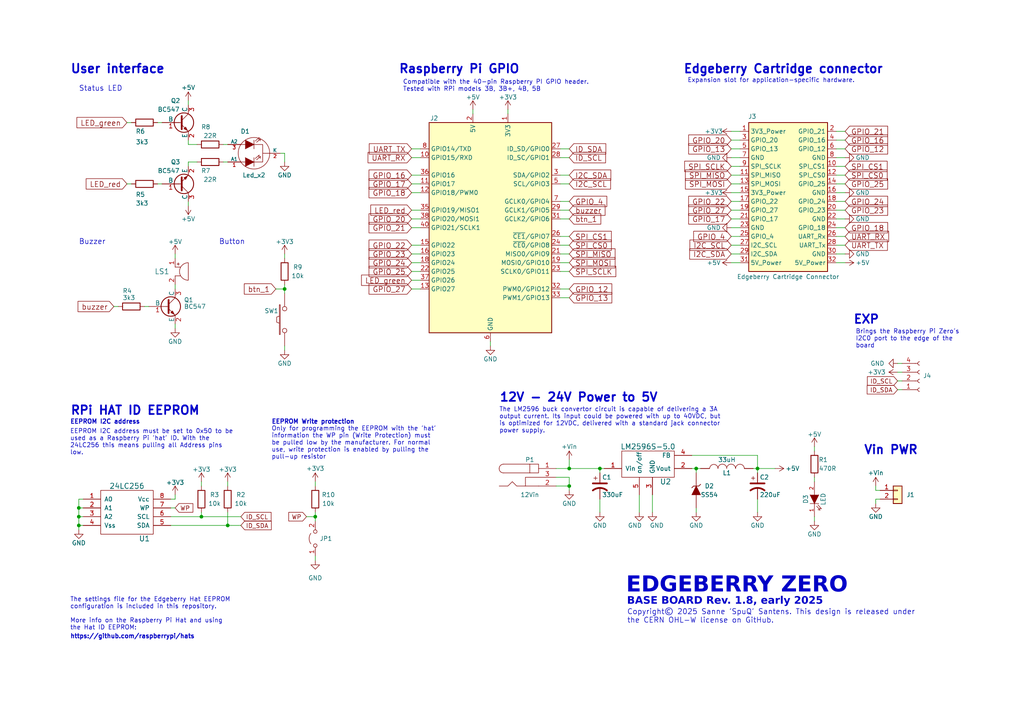
<source format=kicad_sch>
(kicad_sch (version 20231120) (generator "eeschema") (generator_version "8.0")
  (paper "A4")
  (title_block (title "Edgeberry Zero") (date "2024-05-15") (rev "1.8"))
  (lib_symbols
    (symbol "Connector:Conn_01x04_Socket" (pin_names (offset 1.016) hide)
      (property "Reference" "J" (at 0 5.08 0))
      (property "Value" "Conn_01x04_Socket" (at 0 -7.62 0))
      (symbol "Conn_01x04_Socket_1_1"
        (pin passive line (at -5.08 2.54 0) (length 3.81) (name "Pin_1") (number "1"))
        (pin passive line (at -5.08 0 0) (length 3.81) (name "Pin_2") (number "2"))
        (pin passive line (at -5.08 -2.54 0) (length 3.81) (name "Pin_3") (number "3"))
        (pin passive line (at -5.08 -5.08 0) (length 3.81) (name "Pin_4") (number "4"))
      )
    )
    (symbol "Connector:Raspberry_Pi_2_3"
      (property "Reference" "J" (at -17.78 31.75 0))
      (property "Value" "Raspberry_Pi_2_3" (at 10.16 -31.75 0))
      (symbol "Raspberry_Pi_2_3_1_1"
        (pin power_in line (at 5.08 33.02 270) (length 2.54) (name "3V3") (number "1"))
        (pin bidirectional line (at -20.32 20.32 0) (length 2.54) (name "GPIO15/RXD") (number "10"))
        (pin bidirectional line (at -20.32 12.7 0) (length 2.54) (name "GPIO17") (number "11"))
        (pin bidirectional line (at -20.32 10.16 0) (length 2.54) (name "GPIO18/PWM0") (number "12"))
        (pin bidirectional line (at -20.32 -17.78 0) (length 2.54) (name "GPIO27") (number "13"))
        (pin passive line (at 0 -33.02 90) (length 2.54) hide (name "GND") (number "14"))
        (pin bidirectional line (at -20.32 -5.08 0) (length 2.54) (name "GPIO22") (number "15"))
        (pin bidirectional line (at -20.32 -7.62 0) (length 2.54) (name "GPIO23") (number "16"))
        (pin passive line (at 5.08 33.02 270) (length 2.54) hide (name "3V3") (number "17"))
        (pin bidirectional line (at -20.32 -10.16 0) (length 2.54) (name "GPIO24") (number "18"))
        (pin bidirectional line (at 20.32 -10.16 180) (length 2.54) (name "MOSI0/GPIO10") (number "19"))
        (pin power_in line (at -5.08 33.02 270) (length 2.54) (name "5V") (number "2"))
        (pin passive line (at 0 -33.02 90) (length 2.54) hide (name "GND") (number "20"))
        (pin bidirectional line (at 20.32 -7.62 180) (length 2.54) (name "MISO0/GPIO9") (number "21"))
        (pin bidirectional line (at -20.32 -12.7 0) (length 2.54) (name "GPIO25") (number "22"))
        (pin bidirectional line (at 20.32 -12.7 180) (length 2.54) (name "SCLK0/GPIO11") (number "23"))
        (pin bidirectional line (at 20.32 -5.08 180) (length 2.54) (name "~{CE0}/GPIO8") (number "24"))
        (pin passive line (at 0 -33.02 90) (length 2.54) hide (name "GND") (number "25"))
        (pin bidirectional line (at 20.32 -2.54 180) (length 2.54) (name "~{CE1}/GPIO7") (number "26"))
        (pin bidirectional line (at 20.32 22.86 180) (length 2.54) (name "ID_SD/GPIO0") (number "27"))
        (pin bidirectional line (at 20.32 20.32 180) (length 2.54) (name "ID_SC/GPIO1") (number "28"))
        (pin bidirectional line (at 20.32 5.08 180) (length 2.54) (name "GCLK1/GPIO5") (number "29"))
        (pin bidirectional line (at 20.32 15.24 180) (length 2.54) (name "SDA/GPIO2") (number "3"))
        (pin passive line (at 0 -33.02 90) (length 2.54) hide (name "GND") (number "30"))
        (pin bidirectional line (at 20.32 2.54 180) (length 2.54) (name "GCLK2/GPIO6") (number "31"))
        (pin bidirectional line (at 20.32 -17.78 180) (length 2.54) (name "PWM0/GPIO12") (number "32"))
        (pin bidirectional line (at 20.32 -20.32 180) (length 2.54) (name "PWM1/GPIO13") (number "33"))
        (pin passive line (at 0 -33.02 90) (length 2.54) hide (name "GND") (number "34"))
        (pin bidirectional line (at -20.32 5.08 0) (length 2.54) (name "GPIO19/MISO1") (number "35"))
        (pin bidirectional line (at -20.32 15.24 0) (length 2.54) (name "GPIO16") (number "36"))
        (pin bidirectional line (at -20.32 -15.24 0) (length 2.54) (name "GPIO26") (number "37"))
        (pin bidirectional line (at -20.32 2.54 0) (length 2.54) (name "GPIO20/MOSI1") (number "38"))
        (pin passive line (at 0 -33.02 90) (length 2.54) hide (name "GND") (number "39"))
        (pin passive line (at -5.08 33.02 270) (length 2.54) hide (name "5V") (number "4"))
        (pin bidirectional line (at -20.32 0 0) (length 2.54) (name "GPIO21/SCLK1") (number "40"))
        (pin bidirectional line (at 20.32 12.7 180) (length 2.54) (name "SCL/GPIO3") (number "5"))
        (pin power_in line (at 0 -33.02 90) (length 2.54) (name "GND") (number "6"))
        (pin bidirectional line (at 20.32 7.62 180) (length 2.54) (name "GCLK0/GPIO4") (number "7"))
        (pin bidirectional line (at -20.32 22.86 0) (length 2.54) (name "GPIO14/TXD") (number "8"))
        (pin passive line (at 0 -33.02 90) (length 2.54) hide (name "GND") (number "9"))
      )
    )
    (symbol "Connector_Generic:Conn_01x02" (pin_names (offset 1.016) hide)
      (property "Reference" "J" (at 0 2.54 0))
      (property "Value" "Conn_01x02" (at 0 -5.08 0))
      (symbol "Conn_01x02_1_1"
        (pin passive line (at -5.08 0 0) (length 3.81) (name "Pin_1") (number "1"))
        (pin passive line (at -5.08 -2.54 0) (length 3.81) (name "Pin_2") (number "2"))
      )
    )
    (symbol "EdgeBerry-rescue:+12V" (power) (pin_names (offset 0))
      (property "Value" "+12V" (at 0 3.556 0))
      (symbol "+12V_1_1"
        (pin power_in line (at 0 0 90) (length 0) hide (name "+12V") (number "1"))
      )
    )
    (symbol "EdgeBerry-rescue:+3V3" (power) (pin_names (offset 0))
      (property "Value" "+3V3" (at 0 3.556 0))
      (symbol "+3V3_1_1"
        (pin power_in line (at 0 0 90) (length 0) hide (name "+3V3") (number "1"))
      )
    )
    (symbol "EdgeBerry-rescue:+5V" (power) (pin_names (offset 0))
      (property "Value" "+5V" (at 0 3.556 0))
      (symbol "+5V_1_1"
        (pin power_in line (at 0 0 90) (length 0) hide (name "+5V") (number "1"))
      )
    )
    (symbol "EdgeBerry-rescue:24LC256" (pin_names (offset 1.016))
      (property "Reference" "U" (at 5.08 -7.62 0))
      (property "Value" "24LC256" (at 0 7.62 0))
      (symbol "24LC256_1_1"
        (pin input line (at -12.7 3.81 0) (length 5.08) (name "A0") (number "1"))
        (pin input line (at -12.7 1.27 0) (length 5.08) (name "A1") (number "2"))
        (pin input line (at -12.7 -1.27 0) (length 5.08) (name "A2") (number "3"))
        (pin input line (at -12.7 -3.81 0) (length 5.08) (name "Vss") (number "4"))
        (pin input line (at 12.7 -3.81 180) (length 5.08) (name "SDA") (number "5"))
        (pin input line (at 12.7 -1.27 180) (length 5.08) (name "SCL") (number "6"))
        (pin input line (at 12.7 1.27 180) (length 5.08) (name "WP") (number "7"))
        (pin input line (at 12.7 3.81 180) (length 5.08) (name "Vcc") (number "8"))
      )
    )
    (symbol "EdgeBerry-rescue:BARREL_JACK" (pin_names (offset 1.016))
      (property "Reference" "CON" (at 0 6.35 0))
      (property "Value" "BARREL_JACK" (at 0 -5.08 0))
      (symbol "BARREL_JACK_1_1"
        (pin passive line (at 7.62 2.54 180) (length 5.08) (name "~") (number "1"))
        (pin passive line (at 7.62 -2.54 180) (length 5.08) (name "~") (number "2"))
        (pin passive line (at 7.62 0 180) (length 5.08) (name "~") (number "3"))
      )
    )
    (symbol "EdgeBerry-rescue:BC547_SOT23" (pin_names (offset 0))
      (property "Reference" "Q" (at 5.08 1.905 0))
      (property "Value" "BC547_SOT23" (at 5.08 0 0))
      (property "Footprint" "TO_SOT_Packages_SMD:SOT-23_Handsoldering" (at 5.08 -1.905 0))
      (symbol "BC547_SOT23_1_1"
        (pin input line (at -5.08 0 0) (length 5.08) (name "B") (number "1"))
        (pin passive line (at 2.54 -5.08 90) (length 2.54) (name "E") (number "2"))
        (pin passive line (at 2.54 5.08 270) (length 2.54) (name "C") (number "3"))
      )
    )
    (symbol "EdgeBerry-rescue:Buzzer" (pin_names (offset 1.016))
      (property "Reference" "LS" (at 2.54 -3.81 0))
      (symbol "Buzzer_1_1"
        (pin input line (at 0 3.81 270) (length 2.54) (name "~") (number "1"))
        (pin input line (at 0 -3.81 90) (length 2.54) (name "~") (number "2"))
      )
    )
    (symbol "EdgeBerry-rescue:CP1" (pin_numbers hide) (pin_names (offset 0.254) hide)
      (property "Reference" "C" (at 0.635 2.54 0))
      (property "Value" "CP1" (at 0.635 -2.54 0))
      (symbol "CP1_1_1"
        (pin passive line (at 0 3.81 270) (length 2.794) (name "~") (number "1"))
        (pin passive line (at 0 -3.81 90) (length 3.302) (name "~") (number "2"))
      )
    )
    (symbol "EdgeBerry-rescue:GND" (power) (pin_names (offset 0))
      (property "Value" "GND" (at 0 -3.81 0))
      (symbol "GND_1_1"
        (pin power_in line (at 0 0 270) (length 0) hide (name "GND") (number "1"))
      )
    )
    (symbol "EdgeBerry-rescue:INDUCTOR" (pin_numbers hide) (pin_names (offset 1.016) hide)
      (property "Reference" "L" (at -1.27 0 90))
      (property "Value" "INDUCTOR" (at 2.54 0 90))
      (symbol "INDUCTOR_1_1"
        (pin passive line (at 0 7.62 270) (length 2.54) (name "1") (number "1"))
        (pin passive line (at 0 -7.62 90) (length 2.54) (name "2") (number "2"))
      )
    )
    (symbol "EdgeBerry-rescue:LED" (pin_names (offset 1.016) hide)
      (property "Reference" "D" (at 0 2.54 0))
      (property "Value" "LED" (at 0 -2.54 0))
      (symbol "LED_1_1"
        (pin passive line (at -5.08 0 0) (length 3.81) (name "K") (number "1"))
        (pin passive line (at 5.08 0 180) (length 3.81) (name "A") (number "2"))
      )
    )
    (symbol "EdgeBerry-rescue:LM2596" (pin_names (offset 1.016))
      (property "Reference" "U" (at 5.08 -11.43 0))
      (property "Value" "LM2596" (at -3.81 -1.27 0))
      (symbol "LM2596_1_1"
        (pin input line (at -12.7 -7.62 0) (length 5.08) (name "Vin") (number "1"))
        (pin input line (at 12.7 -7.62 180) (length 5.08) (name "Vout") (number "2"))
        (pin input line (at 1.27 -15.24 90) (length 5.08) (name "GND") (number "3"))
        (pin input line (at 12.7 -3.81 180) (length 5.08) (name "FB") (number "4"))
        (pin input line (at -2.54 -15.24 90) (length 5.08) (name "on/off") (number "5"))
      )
    )
    (symbol "EdgeBerry-rescue:Led_x2" (pin_names (offset 0))
      (property "Reference" "D" (at 0 5.715 0))
      (property "Value" "Led_x2" (at 0 -6.35 0))
      (symbol "Led_x2_1_1"
        (pin input line (at 7.62 2.54 180) (length 3.81) (name "A1") (number "1"))
        (pin input line (at -7.62 0 0) (length 3.048) (name "K") (number "2"))
        (pin input line (at 7.62 -2.54 180) (length 3.81) (name "A2") (number "3"))
      )
    )
    (symbol "EdgeBerry-rescue:R" (pin_numbers hide) (pin_names (offset 0))
      (property "Reference" "R" (at 2.032 0 90))
      (property "Value" "R" (at 0 0 90))
      (symbol "R_1_1"
        (pin passive line (at 0 3.81 270) (length 1.27) (name "~") (number "1"))
        (pin passive line (at 0 -3.81 90) (length 1.27) (name "~") (number "2"))
      )
    )
    (symbol "EdgeBerry-rescue:SW_PUSH" (pin_numbers hide) (pin_names (offset 1.016) hide)
      (property "Reference" "SW" (at 3.81 2.794 0))
      (property "Value" "SW_PUSH" (at 0 -2.032 0))
      (symbol "SW_PUSH_0_1"
        (pin passive inverted (at -7.62 0 0) (length 5.08) (name "1") (number "1"))
        (pin passive inverted (at 7.62 0 180) (length 5.08) (name "2") (number "2"))
      )
    )
    (symbol "EdgeBerry-rescue:ZENER" (pin_numbers hide) (pin_names (offset 1.016) hide)
      (property "Reference" "D" (at 0 2.54 0))
      (property "Value" "ZENER" (at 0 -2.54 0))
      (symbol "ZENER_1_1"
        (pin passive line (at -5.08 0 0) (length 3.81) (name "K") (number "1"))
        (pin passive line (at 5.08 0 180) (length 3.81) (name "A") (number "2"))
      )
    )
    (symbol "Edgeberry:Edgeberry_Cartridge_Connector"
      (property "Reference" "J3" (at 8.382 -24.13 0))
      (property "Value" "Edgeberry Cartridge Connector" (at -0.254 21.844 0))
      (symbol "Edgeberry_Cartridge_Connector_1_1"
        (pin output line (at -13.97 17.78 0) (length 2.54) (name "3V3_Power") (number "1"))
        (pin output line (at 13.97 7.62 180) (length 2.54) (name "SPI_CS1") (number "10"))
        (pin input line (at -13.97 5.08 0) (length 2.54) (name "SPI_MISO") (number "11"))
        (pin output line (at 13.97 5.08 180) (length 2.54) (name "SPI_CS0") (number "12"))
        (pin output line (at -13.97 2.54 0) (length 2.54) (name "SPI_MOSI") (number "13"))
        (pin bidirectional line (at 13.97 2.54 180) (length 2.54) (name "GPIO_25") (number "14"))
        (pin output line (at -13.97 0 0) (length 2.54) (name "3V3_Power") (number "15"))
        (pin bidirectional line (at 13.97 0 180) (length 2.54) (name "GND") (number "16"))
        (pin bidirectional line (at -13.97 -2.54 0) (length 2.54) (name "GPIO_22") (number "17"))
        (pin bidirectional line (at 13.97 -2.54 180) (length 2.54) (name "GPIO_24") (number "18"))
        (pin bidirectional line (at -13.97 -5.08 0) (length 2.54) (name "GPIO_27") (number "19"))
        (pin bidirectional line (at 13.97 17.78 180) (length 2.54) (name "GPIO_21") (number "2"))
        (pin bidirectional line (at 13.97 -5.08 180) (length 2.54) (name "GPIO_23") (number "20"))
        (pin bidirectional line (at -13.97 -7.62 0) (length 2.54) (name "GPIO_17") (number "21"))
        (pin output line (at 13.97 -7.62 180) (length 2.54) (name "GND") (number "22"))
        (pin output line (at -13.97 -10.16 0) (length 2.54) (name "GND") (number "23"))
        (pin bidirectional line (at 13.97 -10.16 180) (length 2.54) (name "GPIO_18") (number "24"))
        (pin bidirectional line (at -13.97 -12.7 0) (length 2.54) (name "GPIO_4") (number "25"))
        (pin input line (at 13.97 -12.7 180) (length 2.54) (name "UART_Rx") (number "26"))
        (pin output line (at -13.97 -15.24 0) (length 2.54) (name "I2C_SCL") (number "27"))
        (pin output line (at 13.97 -15.24 180) (length 2.54) (name "UART_Tx") (number "28"))
        (pin bidirectional line (at -13.97 -17.78 0) (length 2.54) (name "I2C_SDA") (number "29"))
        (pin bidirectional line (at -13.97 15.24 0) (length 2.54) (name "GPIO_20") (number "3"))
        (pin output line (at 13.97 -17.78 180) (length 2.54) (name "GND") (number "30"))
        (pin output line (at -13.97 -20.32 0) (length 2.54) (name "5V_Power") (number "31"))
        (pin output line (at 13.97 -20.32 180) (length 2.54) (name "5V_Power") (number "32"))
        (pin bidirectional line (at 13.97 15.24 180) (length 2.54) (name "GPIO_16") (number "4"))
        (pin bidirectional line (at -13.97 12.7 0) (length 2.54) (name "GPIO_13") (number "5"))
        (pin bidirectional line (at 13.97 12.7 180) (length 2.54) (name "GPIO_12") (number "6"))
        (pin output line (at -13.97 10.16 0) (length 2.54) (name "GND") (number "7"))
        (pin output line (at 13.97 10.16 180) (length 2.54) (name "GND") (number "8"))
        (pin output line (at -13.97 7.62 0) (length 2.54) (name "SPI_SCLK") (number "9"))
      )
    )
    (symbol "Jumper:Jumper_2_Open" (pin_names (offset 0) hide)
      (property "Reference" "JP" (at 0 2.794 0))
      (property "Value" "Jumper_2_Open" (at 0 -2.286 0))
      (symbol "Jumper_2_Open_1_1"
        (pin passive line (at -5.08 0 0) (length 2.54) (name "A") (number "1"))
        (pin passive line (at 5.08 0 180) (length 2.54) (name "B") (number "2"))
      )
    )
    (symbol "power:+12V" (power) (pin_names (offset 0))
      (property "Value" "+12V" (at 0 3.556 0))
      (symbol "+12V_1_1"
        (pin power_in line (at 0 0 90) (length 0) hide (name "+12V") (number "1"))
      )
    )
    (symbol "power:+3V3" (power) (pin_names (offset 0))
      (property "Value" "+3V3" (at 0 3.556 0))
      (symbol "+3V3_1_1"
        (pin power_in line (at 0 0 90) (length 0) hide (name "+3V3") (number "1"))
      )
    )
    (symbol "power:+5V" (power) (pin_names (offset 0))
      (property "Value" "+5V" (at 0 3.556 0))
      (symbol "+5V_1_1"
        (pin power_in line (at 0 0 90) (length 0) hide (name "+5V") (number "1"))
      )
    )
    (symbol "power:GND" (power) (pin_names (offset 0))
      (property "Value" "GND" (at 0 -3.81 0))
      (symbol "GND_1_1"
        (pin power_in line (at 0 0 270) (length 0) hide (name "GND") (number "1"))
      )
    )
  )
  (junction (at 91.44 149.86))
  (junction (at 66.04 152.4))
  (junction (at 22.86 152.4))
  (junction (at 219.71 135.89))
  (junction (at 173.99 135.89))
  (junction (at 165.1 135.89))
  (junction (at 22.86 149.86))
  (junction (at 22.86 147.32))
  (junction (at 201.93 135.89))
  (junction (at 165.1 140.97))
  (junction (at 58.42 149.86))
  (junction (at 82.55 83.82))
  (wire (pts (xy 255.27 142.24) (xy 254 142.24)))
  (wire (pts (xy 212.09 45.72) (xy 214.63 45.72)))
  (wire (pts (xy 58.42 148.59) (xy 58.42 149.86)))
  (wire (pts (xy 82.55 83.82) (xy 82.55 82.55)))
  (wire (pts (xy 119.38 50.8) (xy 121.92 50.8)))
  (wire (pts (xy 260.35 107.95) (xy 261.62 107.95)))
  (wire (pts (xy 33.02 88.9) (xy 34.29 88.9)))
  (wire (pts (xy 64.77 46.99) (xy 66.04 46.99)))
  (wire (pts (xy 54.61 48.26) (xy 54.61 46.99)))
  (wire (pts (xy 212.09 71.12) (xy 214.63 71.12)))
  (wire (pts (xy 212.09 53.34) (xy 214.63 53.34)))
  (wire (pts (xy 212.09 60.96) (xy 214.63 60.96)))
  (wire (pts (xy 201.93 137.16) (xy 201.93 135.89)))
  (wire (pts (xy 162.56 83.82) (xy 165.1 83.82)))
  (wire (pts (xy 54.61 46.99) (xy 57.15 46.99)))
  (wire (pts (xy 22.86 144.78) (xy 22.86 147.32)))
  (wire (pts (xy 242.57 43.18) (xy 245.11 43.18)))
  (wire (pts (xy 82.55 100.33) (xy 82.55 101.6)))
  (wire (pts (xy 119.38 71.12) (xy 121.92 71.12)))
  (wire (pts (xy 212.09 50.8) (xy 214.63 50.8)))
  (wire (pts (xy 91.44 148.59) (xy 91.44 149.86)))
  (wire (pts (xy 200.66 135.89) (xy 201.93 135.89)))
  (wire (pts (xy 173.99 148.59) (xy 173.99 144.78)))
  (wire (pts (xy 254 144.78) (xy 254 146.05)))
  (wire (pts (xy 212.09 66.04) (xy 214.63 66.04)))
  (wire (pts (xy 119.38 76.2) (xy 121.92 76.2)))
  (wire (pts (xy 242.57 76.2) (xy 245.11 76.2)))
  (wire (pts (xy 54.61 29.21) (xy 54.61 30.48)))
  (wire (pts (xy 242.57 45.72) (xy 245.11 45.72)))
  (wire (pts (xy 119.38 66.04) (xy 121.92 66.04)))
  (wire (pts (xy 236.22 129.54) (xy 236.22 130.81)))
  (wire (pts (xy 91.44 139.7) (xy 91.44 140.97)))
  (wire (pts (xy 119.38 55.88) (xy 121.92 55.88)))
  (wire (pts (xy 54.61 41.91) (xy 57.15 41.91)))
  (wire (pts (xy 162.56 73.66) (xy 165.1 73.66)))
  (wire (pts (xy 161.29 138.43) (xy 165.1 138.43)))
  (wire (pts (xy 162.56 43.18) (xy 165.1 43.18)))
  (wire (pts (xy 201.93 147.32) (xy 201.93 148.59)))
  (wire (pts (xy 50.8 73.66) (xy 50.8 74.93)))
  (wire (pts (xy 119.38 63.5) (xy 121.92 63.5)))
  (wire (pts (xy 147.32 31.75) (xy 147.32 33.02)))
  (wire (pts (xy 119.38 53.34) (xy 121.92 53.34)))
  (wire (pts (xy 24.13 152.4) (xy 22.86 152.4)))
  (wire (pts (xy 119.38 73.66) (xy 121.92 73.66)))
  (wire (pts (xy 242.57 40.64) (xy 245.11 40.64)))
  (wire (pts (xy 162.56 78.74) (xy 165.1 78.74)))
  (wire (pts (xy 58.42 149.86) (xy 69.85 149.86)))
  (wire (pts (xy 260.35 110.49) (xy 261.62 110.49)))
  (wire (pts (xy 219.71 148.59) (xy 219.71 144.78)))
  (wire (pts (xy 66.04 139.7) (xy 66.04 140.97)))
  (wire (pts (xy 173.99 135.89) (xy 175.26 135.89)))
  (wire (pts (xy 41.91 88.9) (xy 43.18 88.9)))
  (wire (pts (xy 119.38 45.72) (xy 121.92 45.72)))
  (wire (pts (xy 242.57 53.34) (xy 245.11 53.34)))
  (wire (pts (xy 24.13 147.32) (xy 22.86 147.32)))
  (wire (pts (xy 50.8 93.98) (xy 50.8 95.25)))
  (wire (pts (xy 212.09 48.26) (xy 214.63 48.26)))
  (wire (pts (xy 236.22 138.43) (xy 236.22 139.7)))
  (wire (pts (xy 242.57 48.26) (xy 245.11 48.26)))
  (wire (pts (xy 24.13 144.78) (xy 22.86 144.78)))
  (wire (pts (xy 45.72 35.56) (xy 46.99 35.56)))
  (wire (pts (xy 49.53 144.78) (xy 50.8 144.78)))
  (wire (pts (xy 165.1 140.97) (xy 165.1 142.24)))
  (wire (pts (xy 22.86 152.4) (xy 22.86 153.67)))
  (wire (pts (xy 162.56 50.8) (xy 165.1 50.8)))
  (wire (pts (xy 22.86 147.32) (xy 22.86 149.86)))
  (wire (pts (xy 36.83 35.56) (xy 38.1 35.56)))
  (wire (pts (xy 165.1 138.43) (xy 165.1 140.97)))
  (wire (pts (xy 219.71 132.08) (xy 219.71 135.89)))
  (wire (pts (xy 82.55 85.09) (xy 82.55 83.82)))
  (wire (pts (xy 161.29 140.97) (xy 165.1 140.97)))
  (wire (pts (xy 173.99 137.16) (xy 173.99 135.89)))
  (wire (pts (xy 50.8 83.82) (xy 50.8 82.55)))
  (wire (pts (xy 137.16 31.75) (xy 137.16 33.02)))
  (wire (pts (xy 24.13 149.86) (xy 22.86 149.86)))
  (wire (pts (xy 212.09 63.5) (xy 214.63 63.5)))
  (wire (pts (xy 219.71 135.89) (xy 219.71 137.16)))
  (wire (pts (xy 162.56 58.42) (xy 165.1 58.42)))
  (wire (pts (xy 162.56 71.12) (xy 165.1 71.12)))
  (wire (pts (xy 82.55 73.66) (xy 82.55 74.93)))
  (wire (pts (xy 49.53 149.86) (xy 58.42 149.86)))
  (wire (pts (xy 22.86 149.86) (xy 22.86 152.4)))
  (wire (pts (xy 81.28 44.45) (xy 82.55 44.45)))
  (wire (pts (xy 165.1 135.89) (xy 173.99 135.89)))
  (wire (pts (xy 64.77 41.91) (xy 66.04 41.91)))
  (wire (pts (xy 119.38 43.18) (xy 121.92 43.18)))
  (wire (pts (xy 50.8 144.78) (xy 50.8 143.51)))
  (wire (pts (xy 162.56 76.2) (xy 165.1 76.2)))
  (wire (pts (xy 255.27 144.78) (xy 254 144.78)))
  (wire (pts (xy 201.93 135.89) (xy 203.2 135.89)))
  (wire (pts (xy 212.09 58.42) (xy 214.63 58.42)))
  (wire (pts (xy 161.29 135.89) (xy 165.1 135.89)))
  (wire (pts (xy 242.57 50.8) (xy 245.11 50.8)))
  (wire (pts (xy 162.56 53.34) (xy 165.1 53.34)))
  (wire (pts (xy 162.56 63.5) (xy 165.1 63.5)))
  (wire (pts (xy 260.35 113.03) (xy 261.62 113.03)))
  (wire (pts (xy 54.61 40.64) (xy 54.61 41.91)))
  (wire (pts (xy 242.57 71.12) (xy 245.11 71.12)))
  (wire (pts (xy 242.57 73.66) (xy 245.11 73.66)))
  (wire (pts (xy 91.44 149.86) (xy 91.44 151.13)))
  (wire (pts (xy 242.57 68.58) (xy 245.11 68.58)))
  (wire (pts (xy 242.57 38.1) (xy 245.11 38.1)))
  (wire (pts (xy 219.71 135.89) (xy 224.79 135.89)))
  (wire (pts (xy 82.55 44.45) (xy 82.55 46.99)))
  (wire (pts (xy 142.24 99.06) (xy 142.24 100.33)))
  (wire (pts (xy 165.1 135.89) (xy 165.1 133.35)))
  (wire (pts (xy 49.53 152.4) (xy 66.04 152.4)))
  (wire (pts (xy 162.56 68.58) (xy 165.1 68.58)))
  (wire (pts (xy 242.57 60.96) (xy 245.11 60.96)))
  (wire (pts (xy 242.57 55.88) (xy 245.11 55.88)))
  (wire (pts (xy 54.61 58.42) (xy 54.61 59.69)))
  (wire (pts (xy 212.09 40.64) (xy 214.63 40.64)))
  (wire (pts (xy 36.83 53.34) (xy 38.1 53.34)))
  (wire (pts (xy 236.22 149.86) (xy 236.22 151.13)))
  (wire (pts (xy 162.56 86.36) (xy 165.1 86.36)))
  (wire (pts (xy 66.04 148.59) (xy 66.04 152.4)))
  (wire (pts (xy 189.23 143.51) (xy 189.23 148.59)))
  (wire (pts (xy 162.56 45.72) (xy 165.1 45.72)))
  (wire (pts (xy 212.09 38.1) (xy 214.63 38.1)))
  (wire (pts (xy 119.38 81.28) (xy 121.92 81.28)))
  (wire (pts (xy 80.01 83.82) (xy 82.55 83.82)))
  (wire (pts (xy 45.72 53.34) (xy 46.99 53.34)))
  (wire (pts (xy 91.44 161.29) (xy 91.44 162.56)))
  (wire (pts (xy 162.56 60.96) (xy 165.1 60.96)))
  (wire (pts (xy 260.35 105.41) (xy 261.62 105.41)))
  (wire (pts (xy 242.57 63.5) (xy 245.11 63.5)))
  (wire (pts (xy 200.66 132.08) (xy 219.71 132.08)))
  (wire (pts (xy 218.44 135.89) (xy 219.71 135.89)))
  (wire (pts (xy 119.38 60.96) (xy 121.92 60.96)))
  (wire (pts (xy 212.09 68.58) (xy 214.63 68.58)))
  (wire (pts (xy 49.53 147.32) (xy 50.8 147.32)))
  (wire (pts (xy 58.42 139.7) (xy 58.42 140.97)))
  (wire (pts (xy 242.57 66.04) (xy 245.11 66.04)))
  (wire (pts (xy 119.38 83.82) (xy 121.92 83.82)))
  (wire (pts (xy 119.38 78.74) (xy 121.92 78.74)))
  (wire (pts (xy 88.9 149.86) (xy 91.44 149.86)))
  (wire (pts (xy 185.42 143.51) (xy 185.42 148.59)))
  (wire (pts (xy 212.09 55.88) (xy 214.63 55.88)))
  (wire (pts (xy 66.04 152.4) (xy 69.85 152.4)))
  (wire (pts (xy 212.09 73.66) (xy 214.63 73.66)))
  (wire (pts (xy 254 142.24) (xy 254 140.97)))
  (wire (pts (xy 242.57 58.42) (xy 245.11 58.42)))
  (wire (pts (xy 212.09 43.18) (xy 214.63 43.18)))
  (wire (pts (xy 212.09 76.2) (xy 214.63 76.2)))
  (text "Copyright© 2025 Sanne 'SpuQ' Santens. This design is released under\nthe CERN OHL-W license on GitHub." (at 181.864 178.816 0) (effects (font (size 1.524 1.524)) (justify left)))
  (text "Button" (at 63.5 71.12 0) (effects (font (size 1.524 1.524)) (justify left bottom)))
  (text "BASE BOARD Rev. 1.8, early 2025" (at 181.864 175.006 0) (effects (font (size 2.159 2.159)) (justify left)))
  (text "EEPROM I2C address must be set to 0x50 to be\nused as a Raspberry Pi 'hat' ID. With the\n24LC256 this means pulling all Address pins\nlow." (at 20.32 132.08 0) (effects (font (size 1.27 1.27)) (justify left bottom)))
  (text "User interface" (at 20.32 21.59 0) (effects (font (size 2.5146 2.5146) (thickness 0.5029) (bold yes)) (justify left bottom)))
  (text "12V - 24V Power to 5V" (at 144.78 116.84 0) (effects (font (size 2.4892 2.4892) (thickness 0.4978) (bold yes)) (justify left bottom)))
  (text "EEPROM Write protection" (at 78.74 123.19 0) (effects (font (size 1.27 1.27) (thickness 0.254) (bold yes)) (justify left bottom)))
  (text "Raspberry Pi GPIO" (at 115.57 21.59 0) (effects (font (size 2.4892 2.4892) (thickness 0.4978) (bold yes)) (justify left bottom)))
  (text "Vin PWR" (at 250.444 132.08 0) (effects (font (size 2.4892 2.4892) (thickness 0.4978) (bold yes)) (justify left bottom)))
  (text "Brings the Raspberry Pi Zero's\nI2C0 port to the edge of the \nboard" (at 248.158 101.092 0) (effects (font (size 1.27 1.27)) (justify left bottom)))
  (text "RPi HAT ID EEPROM" (at 20.32 120.65 0) (effects (font (size 2.4892 2.4892) (thickness 0.4978) (bold yes)) (justify left bottom)))
  (text "https://github.com/raspberrypi/hats" (at 20.32 185.42 0) (effects (font (size 1.27 1.27) (thickness 0.254) (bold yes)) (justify left bottom)))
  (text "The settings file for the Edgeberry Hat EEPROM\nconfiguration is included in this repository.\n\nMore info on the Raspberry Pi Hat and using\nthe Hat ID EEPROM:\n" (at 20.32 182.88 0) (effects (font (size 1.27 1.27)) (justify left bottom)))
  (text "The LM2596 buck convertor circuit is capable of delivering a 3A\noutput current. Its input could be powered with up to 40VDC, but\nis optimized for 12VDC, delivered with a standard jack connector\npower supply." (at 144.78 125.73 0) (effects (font (size 1.27 1.27)) (justify left bottom)))
  (text "EXP" (at 247.396 94.234 0) (effects (font (size 2.4892 2.4892) (thickness 0.4978) (bold yes)) (justify left bottom)))
  (text "Only for programming the EEPROM with the 'hat'\ninformation the WP pin (Write Protection) must\nbe pulled low by the manufacturer. For normal\nuse, write protection is enabled by pulling the\npull-up resistor" (at 78.74 133.35 0) (effects (font (size 1.27 1.27)) (justify left bottom)))
  (text "Buzzer" (at 22.86 71.12 0) (effects (font (size 1.524 1.524)) (justify left bottom)))
  (text "Status LED" (at 22.86 26.67 0) (effects (font (size 1.524 1.524)) (justify left bottom)))
  (text "EDGEBERRY ZERO" (at 181.61 173.736 0) (effects (font (size 4.572 4.572) (thickness 0.4) (bold yes)) (justify left bottom)))
  (text "Expansion slot for application-specific hardware." (at 199.39 24.13 0) (effects (font (size 1.27 1.27)) (justify left bottom)))
  (text "Edgeberry Cartridge connector" (at 198.12 21.59 0) (effects (font (size 2.4892 2.4892) (thickness 0.4978) (bold yes)) (justify left bottom)))
  (text "EEPROM I2C address" (at 20.32 123.19 0) (effects (font (size 1.27 1.27) (thickness 0.254) (bold yes)) (justify left bottom)))
  (text "Compatible with the 40-pin Raspberry PI GPIO header.\nTested with RPi models 3B, 3B+, 4B, 5B" (at 116.84 26.67 0) (effects (font (size 1.27 1.27)) (justify left bottom)))
  (global_label "GPIO_20" (shape input) (at 119.38 63.5 180) (effects (font (size 1.524 1.524))) (property "Intersheetrefs" "${INTERSHEET_REFS}" (effects (hide yes))))
  (global_label "SPI_MISO" (shape input) (at 165.1 73.66 0) (effects (font (size 1.524 1.524))) (property "Intersheetrefs" "${INTERSHEET_REFS}" (effects (hide yes))))
  (global_label "GPIO_24" (shape input) (at 245.11 58.42 0) (effects (font (size 1.524 1.524))) (property "Intersheetrefs" "${INTERSHEET_REFS}" (effects (hide yes))))
  (global_label "SPI_SCLK" (shape input) (at 165.1 78.74 0) (effects (font (size 1.524 1.524))) (property "Intersheetrefs" "${INTERSHEET_REFS}" (effects (hide yes))))
  (global_label "GPIO_27" (shape input) (at 119.38 83.82 180) (effects (font (size 1.524 1.524))) (property "Intersheetrefs" "${INTERSHEET_REFS}" (effects (hide yes))))
  (global_label "SPI_CS0" (shape input) (at 245.11 50.8 0) (effects (font (size 1.524 1.524))) (property "Intersheetrefs" "${INTERSHEET_REFS}" (effects (hide yes))))
  (global_label "GPIO_21" (shape input) (at 119.38 66.04 180) (effects (font (size 1.524 1.524))) (property "Intersheetrefs" "${INTERSHEET_REFS}" (effects (hide yes))))
  (global_label "GPIO_4" (shape input) (at 165.1 58.42 0) (effects (font (size 1.524 1.524))) (property "Intersheetrefs" "${INTERSHEET_REFS}" (effects (hide yes))))
  (global_label "LED_red" (shape input) (at 36.83 53.34 180) (effects (font (size 1.524 1.524))) (property "Intersheetrefs" "${INTERSHEET_REFS}" (effects (hide yes))))
  (global_label "GPIO_23" (shape input) (at 119.38 73.66 180) (effects (font (size 1.524 1.524))) (property "Intersheetrefs" "${INTERSHEET_REFS}" (effects (hide yes))))
  (global_label "I2C_SDA" (shape input) (at 165.1 50.8 0) (effects (font (size 1.524 1.524))) (property "Intersheetrefs" "${INTERSHEET_REFS}" (effects (hide yes))))
  (global_label "SPI_SCLK" (shape input) (at 212.09 48.26 180) (effects (font (size 1.524 1.524))) (property "Intersheetrefs" "${INTERSHEET_REFS}" (effects (hide yes))))
  (global_label "GPIO_20" (shape input) (at 212.09 40.64 180) (effects (font (size 1.524 1.524))) (property "Intersheetrefs" "${INTERSHEET_REFS}" (effects (hide yes))))
  (global_label "buzzer" (shape input) (at 165.1 60.96 0) (effects (font (size 1.524 1.524))) (property "Intersheetrefs" "${INTERSHEET_REFS}" (effects (hide yes))))
  (global_label "GPIO_25" (shape input) (at 119.38 78.74 180) (effects (font (size 1.524 1.524))) (property "Intersheetrefs" "${INTERSHEET_REFS}" (effects (hide yes))))
  (global_label "GPIO_23" (shape input) (at 245.11 60.96 0) (effects (font (size 1.524 1.524))) (property "Intersheetrefs" "${INTERSHEET_REFS}" (effects (hide yes))))
  (global_label "SPI_CS1" (shape input) (at 245.11 48.26 0) (effects (font (size 1.524 1.524))) (property "Intersheetrefs" "${INTERSHEET_REFS}" (effects (hide yes))))
  (global_label "UART_TX" (shape input) (at 245.11 71.12 0) (effects (font (size 1.524 1.524))) (property "Intersheetrefs" "${INTERSHEET_REFS}" (effects (hide yes))))
  (global_label "I2C_SCL" (shape input) (at 212.09 71.12 180) (effects (font (size 1.524 1.524))) (property "Intersheetrefs" "${INTERSHEET_REFS}" (effects (hide yes))))
  (global_label "GPIO_12" (shape input) (at 165.1 83.82 0) (effects (font (size 1.524 1.524))) (property "Intersheetrefs" "${INTERSHEET_REFS}" (effects (hide yes))))
  (global_label "buzzer" (shape input) (at 33.02 88.9 180) (effects (font (size 1.524 1.524))) (property "Intersheetrefs" "${INTERSHEET_REFS}" (effects (hide yes))))
  (global_label "GPIO_4" (shape input) (at 212.09 68.58 180) (effects (font (size 1.524 1.524))) (property "Intersheetrefs" "${INTERSHEET_REFS}" (effects (hide yes))))
  (global_label "WP" (shape input) (at 50.8 147.32 0) (property "Intersheetrefs" "${INTERSHEET_REFS}" (effects (hide yes))))
  (global_label "SPI_MISO" (shape input) (at 212.09 50.8 180) (effects (font (size 1.524 1.524))) (property "Intersheetrefs" "${INTERSHEET_REFS}" (effects (hide yes))))
  (global_label "UART_RX" (shape input) (at 245.11 68.58 0) (effects (font (size 1.524 1.524))) (property "Intersheetrefs" "${INTERSHEET_REFS}" (effects (hide yes))))
  (global_label "ID_SCL" (shape input) (at 69.85 149.86 0) (property "Intersheetrefs" "${INTERSHEET_REFS}" (effects (hide yes))))
  (global_label "I2C_SDA" (shape input) (at 212.09 73.66 180) (effects (font (size 1.524 1.524))) (property "Intersheetrefs" "${INTERSHEET_REFS}" (effects (hide yes))))
  (global_label "ID_SDA" (shape input) (at 69.85 152.4 0) (property "Intersheetrefs" "${INTERSHEET_REFS}" (effects (hide yes))))
  (global_label "SPI_CS1" (shape input) (at 165.1 68.58 0) (effects (font (size 1.524 1.524))) (property "Intersheetrefs" "${INTERSHEET_REFS}" (effects (hide yes))))
  (global_label "GPIO_16" (shape input) (at 119.38 50.8 180) (effects (font (size 1.524 1.524))) (property "Intersheetrefs" "${INTERSHEET_REFS}" (effects (hide yes))))
  (global_label "GPIO_25" (shape input) (at 245.11 53.34 0) (effects (font (size 1.524 1.524))) (property "Intersheetrefs" "${INTERSHEET_REFS}" (effects (hide yes))))
  (global_label "ID_SDA" (shape input) (at 260.35 113.03 180) (property "Intersheetrefs" "${INTERSHEET_REFS}" (effects (hide yes))))
  (global_label "btn_1" (shape input) (at 80.01 83.82 180) (effects (font (size 1.524 1.524))) (property "Intersheetrefs" "${INTERSHEET_REFS}" (effects (hide yes))))
  (global_label "LED_green" (shape input) (at 36.83 35.56 180) (effects (font (size 1.524 1.524))) (property "Intersheetrefs" "${INTERSHEET_REFS}" (effects (hide yes))))
  (global_label "SPI_CS0" (shape input) (at 165.1 71.12 0) (effects (font (size 1.524 1.524))) (property "Intersheetrefs" "${INTERSHEET_REFS}" (effects (hide yes))))
  (global_label "GPIO_22" (shape input) (at 119.38 71.12 180) (effects (font (size 1.524 1.524))) (property "Intersheetrefs" "${INTERSHEET_REFS}" (effects (hide yes))))
  (global_label "UART_TX" (shape input) (at 119.38 43.18 180) (effects (font (size 1.524 1.524))) (property "Intersheetrefs" "${INTERSHEET_REFS}" (effects (hide yes))))
  (global_label "GPIO_24" (shape input) (at 119.38 76.2 180) (effects (font (size 1.524 1.524))) (property "Intersheetrefs" "${INTERSHEET_REFS}" (effects (hide yes))))
  (global_label "GPIO_27" (shape input) (at 212.09 60.96 180) (effects (font (size 1.524 1.524))) (property "Intersheetrefs" "${INTERSHEET_REFS}" (effects (hide yes))))
  (global_label "GPIO_17" (shape input) (at 119.38 53.34 180) (effects (font (size 1.524 1.524))) (property "Intersheetrefs" "${INTERSHEET_REFS}" (effects (hide yes))))
  (global_label "ID_SCL" (shape input) (at 260.35 110.49 180) (property "Intersheetrefs" "${INTERSHEET_REFS}" (effects (hide yes))))
  (global_label "SPI_MOSI" (shape input) (at 212.09 53.34 180) (effects (font (size 1.524 1.524))) (property "Intersheetrefs" "${INTERSHEET_REFS}" (effects (hide yes))))
  (global_label "ID_SDA" (shape input) (at 165.1 43.18 0) (effects (font (size 1.524 1.524))) (property "Intersheetrefs" "${INTERSHEET_REFS}" (effects (hide yes))))
  (global_label "LED_green" (shape input) (at 119.38 81.28 180) (effects (font (size 1.524 1.524))) (property "Intersheetrefs" "${INTERSHEET_REFS}" (effects (hide yes))))
  (global_label "GPIO_13" (shape input) (at 165.1 86.36 0) (effects (font (size 1.524 1.524))) (property "Intersheetrefs" "${INTERSHEET_REFS}" (effects (hide yes))))
  (global_label "btn_1" (shape input) (at 165.1 63.5 0) (effects (font (size 1.524 1.524))) (property "Intersheetrefs" "${INTERSHEET_REFS}" (effects (hide yes))))
  (global_label "GPIO_16" (shape input) (at 245.11 40.64 0) (effects (font (size 1.524 1.524))) (property "Intersheetrefs" "${INTERSHEET_REFS}" (effects (hide yes))))
  (global_label "SPI_MOSI" (shape input) (at 165.1 76.2 0) (effects (font (size 1.524 1.524))) (property "Intersheetrefs" "${INTERSHEET_REFS}" (effects (hide yes))))
  (global_label "ID_SCL" (shape input) (at 165.1 45.72 0) (effects (font (size 1.524 1.524))) (property "Intersheetrefs" "${INTERSHEET_REFS}" (effects (hide yes))))
  (global_label "GPIO_17" (shape input) (at 212.09 63.5 180) (effects (font (size 1.524 1.524))) (property "Intersheetrefs" "${INTERSHEET_REFS}" (effects (hide yes))))
  (global_label "GPIO_18" (shape input) (at 245.11 66.04 0) (effects (font (size 1.524 1.524))) (property "Intersheetrefs" "${INTERSHEET_REFS}" (effects (hide yes))))
  (global_label "I2C_SCL" (shape input) (at 165.1 53.34 0) (effects (font (size 1.524 1.524))) (property "Intersheetrefs" "${INTERSHEET_REFS}" (effects (hide yes))))
  (global_label "GPIO_22" (shape input) (at 212.09 58.42 180) (effects (font (size 1.524 1.524))) (property "Intersheetrefs" "${INTERSHEET_REFS}" (effects (hide yes))))
  (global_label "GPIO_13" (shape input) (at 212.09 43.18 180) (effects (font (size 1.524 1.524))) (property "Intersheetrefs" "${INTERSHEET_REFS}" (effects (hide yes))))
  (global_label "GPIO_12" (shape input) (at 245.11 43.18 0) (effects (font (size 1.524 1.524))) (property "Intersheetrefs" "${INTERSHEET_REFS}" (effects (hide yes))))
  (global_label "GPIO_21" (shape input) (at 245.11 38.1 0) (effects (font (size 1.524 1.524))) (property "Intersheetrefs" "${INTERSHEET_REFS}" (effects (hide yes))))
  (global_label "LED_red" (shape input) (at 119.38 60.96 180) (effects (font (size 1.524 1.524))) (property "Intersheetrefs" "${INTERSHEET_REFS}" (effects (hide yes))))
  (global_label "GPIO_18" (shape input) (at 119.38 55.88 180) (effects (font (size 1.524 1.524))) (property "Intersheetrefs" "${INTERSHEET_REFS}" (effects (hide yes))))
  (global_label "UART_RX" (shape input) (at 119.38 45.72 180) (effects (font (size 1.524 1.524))) (property "Intersheetrefs" "${INTERSHEET_REFS}" (effects (hide yes))))
  (global_label "WP" (shape input) (at 88.9 149.86 180) (property "Intersheetrefs" "${INTERSHEET_REFS}" (effects (hide yes))))
  (symbol (lib_id "EdgeBerry-rescue:GND") (at 142.24 100.33 0) (unit 1)
    (property "Reference" "#PWR026" (effects (hide yes)))
    (property "Value" "GND" (at 142.24 104.14 0))
  )
  (symbol (lib_id "EdgeBerry-rescue:GND") (at 165.1 142.24 0) (unit 1)
    (property "Reference" "#PWR03" (effects (hide yes)))
    (property "Value" "GND" (at 165.1 146.05 0))
  )
  (symbol (lib_id "EdgeBerry-rescue:+12V") (at 165.1 133.35 0) (unit 1)
    (property "Reference" "#PWR02" (effects (hide yes)))
    (property "Value" "+Vin" (at 165.1 129.54 0))
  )
  (symbol (lib_id "EdgeBerry-rescue:LM2596") (at 187.96 128.27 0) (unit 1)
    (property "Reference" "U2" (at 193.04 139.7 0) (effects (font (size 1.524 1.524))))
    (property "Value" "LM2596S-5.0" (at 187.96 129.54 0) (effects (font (size 1.524 1.524))))
    (property "Footprint" "Package_TO_SOT_SMD:TO-263-5_TabPin3" (effects (hide yes)))
  )
  (symbol (lib_id "EdgeBerry-rescue:INDUCTOR") (at 210.82 135.89 90) (unit 1)
    (property "Reference" "L1" (at 210.82 137.16 90))
    (property "Value" "33uH" (at 210.82 133.35 90))
    (property "Footprint" "Inductors:SELF-WE-PD-XXL" (effects (hide yes)))
  )
  (symbol (lib_id "EdgeBerry-rescue:ZENER") (at 201.93 142.24 270) (unit 1)
    (property "Reference" "D2" (at 205.74 140.97 90))
    (property "Value" "SS54" (at 205.74 143.51 90))
    (property "Footprint" "Diode_SMD:D_SMA" (effects (hide yes)))
  )
  (symbol (lib_id "EdgeBerry-rescue:GND") (at 201.93 148.59 0) (unit 1)
    (property "Reference" "#PWR016" (effects (hide yes)))
    (property "Value" "GND" (at 201.93 152.4 0))
  )
  (symbol (lib_id "EdgeBerry-rescue:GND") (at 189.23 148.59 0) (unit 1)
    (property "Reference" "#PWR014" (effects (hide yes)))
    (property "Value" "GND" (at 190.5 152.4 0))
  )
  (symbol (lib_id "EdgeBerry-rescue:GND") (at 185.42 148.59 0) (unit 1)
    (property "Reference" "#PWR012" (effects (hide yes)))
    (property "Value" "GND" (at 184.15 152.4 0))
  )
  (symbol (lib_id "EdgeBerry-rescue:CP1") (at 173.99 140.97 0) (unit 1)
    (property "Reference" "C1" (at 174.625 138.43 0) (effects (justify left)))
    (property "Value" "330uF" (at 174.625 143.51 0) (effects (justify left)))
    (property "Footprint" "Capacitors_SMD:c_elec_8x10" (effects (hide yes)))
  )
  (symbol (lib_id "EdgeBerry-rescue:CP1") (at 219.71 140.97 0) (unit 1)
    (property "Reference" "C2" (at 220.345 138.43 0) (effects (justify left)))
    (property "Value" "220uF" (at 220.345 143.51 0) (effects (justify left)))
    (property "Footprint" "Capacitors_SMD:c_elec_8x10" (effects (hide yes)))
  )
  (symbol (lib_id "EdgeBerry-rescue:GND") (at 173.99 148.59 0) (unit 1)
    (property "Reference" "#PWR08" (effects (hide yes)))
    (property "Value" "GND" (at 173.99 152.4 0))
  )
  (symbol (lib_id "EdgeBerry-rescue:GND") (at 219.71 148.59 0) (unit 1)
    (property "Reference" "#PWR019" (effects (hide yes)))
    (property "Value" "GND" (at 219.71 152.4 0))
  )
  (symbol (lib_id "EdgeBerry-rescue:+5V") (at 224.79 135.89 270) (unit 1)
    (property "Reference" "#PWR020" (effects (hide yes)))
    (property "Value" "+5V" (at 229.87 135.89 90))
  )
  (symbol (lib_id "EdgeBerry-rescue:+5V") (at 137.16 31.75 0) (unit 1)
    (property "Reference" "#PWR027" (effects (hide yes)))
    (property "Value" "+5V" (at 137.16 28.194 0))
  )
  (symbol (lib_id "EdgeBerry-rescue:BARREL_JACK") (at 153.67 138.43 0) (unit 1)
    (property "Reference" "P1" (at 153.67 133.35 0))
    (property "Value" "12Vin" (at 153.67 143.51 0))
    (property "Footprint" "Connector_BarrelJack:BarrelJack_Horizontal" (effects (hide yes)))
  )
  (symbol (lib_id "EdgeBerry-rescue:Led_x2") (at 73.66 44.45 180) (unit 1)
    (property "Reference" "D1" (at 71.12 38.1 0))
    (property "Value" "Led_x2" (at 73.66 50.8 0))
    (property "Footprint" "emcosys:bicolor_LED_right_angle" (effects (hide yes)))
  )
  (symbol (lib_id "EdgeBerry-rescue:R") (at 60.96 41.91 90) (unit 1)
    (property "Reference" "R8" (at 59.69 36.83 90))
    (property "Value" "22R" (at 60.96 39.37 90))
    (property "Footprint" "Resistor_SMD:R_0805_2012Metric" (effects (hide yes)))
  )
  (symbol (lib_id "EdgeBerry-rescue:R") (at 60.96 46.99 90) (unit 1)
    (property "Reference" "R7" (at 59.69 49.53 90))
    (property "Value" "22R" (at 60.96 52.07 90))
    (property "Footprint" "Resistor_SMD:R_0805_2012Metric" (effects (hide yes)))
  )
  (symbol (lib_id "EdgeBerry-rescue:R") (at 41.91 53.34 270) (unit 1)
    (property "Reference" "R5" (at 39.37 57.15 90) (effects (justify left bottom)))
    (property "Value" "3k3" (at 39.37 59.69 90) (effects (justify left bottom)))
    (property "Footprint" "Resistor_SMD:R_0805_2012Metric" (effects (hide yes)))
  )
  (symbol (lib_id "EdgeBerry-rescue:R") (at 41.91 35.56 270) (unit 1)
    (property "Reference" "R6" (at 39.37 38.1 90) (effects (justify left)))
    (property "Value" "3k3" (at 39.37 41.91 90) (effects (justify left bottom)))
    (property "Footprint" "Resistor_SMD:R_0805_2012Metric" (effects (hide yes)))
  )
  (symbol (lib_id "EdgeBerry-rescue:GND") (at 82.55 46.99 0) (unit 1)
    (property "Reference" "#PWR013" (effects (hide yes)))
    (property "Value" "GND" (at 82.55 50.8 0))
  )
  (symbol (lib_id "EdgeBerry-rescue:SW_PUSH") (at 82.55 92.71 90) (unit 1)
    (property "Reference" "SW1" (at 78.74 90.17 90))
    (property "Value" "SW_PUSH" (effects (hide yes)))
    (property "Footprint" "emcosys:tactile_switch_vertical" (effects (hide yes)))
  )
  (symbol (lib_id "EdgeBerry-rescue:R") (at 82.55 78.74 0) (unit 1)
    (property "Reference" "R9" (at 86.36 77.47 0))
    (property "Value" "10k" (at 86.36 80.01 0))
    (property "Footprint" "Resistor_SMD:R_0805_2012Metric" (effects (hide yes)))
  )
  (symbol (lib_id "EdgeBerry-rescue:+3V3") (at 82.55 73.66 0) (unit 1)
    (property "Reference" "#PWR017" (effects (hide yes)))
    (property "Value" "+3V3" (at 82.55 70.104 0))
  )
  (symbol (lib_id "EdgeBerry-rescue:GND") (at 82.55 101.6 0) (unit 1)
    (property "Reference" "#PWR018" (effects (hide yes)))
    (property "Value" "GND" (at 82.55 105.41 0))
  )
  (symbol (lib_id "EdgeBerry-rescue:LED") (at 236.22 144.78 90) (unit 1)
    (property "Reference" "D3" (at 233.68 144.78 0))
    (property "Value" "LED" (at 238.76 144.78 0))
    (property "Footprint" "LED_SMD:LED_0805_2012Metric" (effects (hide yes)))
  )
  (symbol (lib_id "EdgeBerry-rescue:R") (at 236.22 134.62 0) (unit 1)
    (property "Reference" "R1" (at 238.76 133.35 0))
    (property "Value" "470R" (at 240.03 135.89 0))
    (property "Footprint" "Resistor_SMD:R_0805_2012Metric" (effects (hide yes)))
  )
  (symbol (lib_id "EdgeBerry-rescue:GND") (at 236.22 151.13 0) (unit 1)
    (property "Reference" "#PWR022" (effects (hide yes)))
    (property "Value" "GND" (at 236.22 154.94 0))
  )
  (symbol (lib_id "EdgeBerry-rescue:+5V") (at 236.22 129.54 0) (unit 1)
    (property "Reference" "#PWR021" (effects (hide yes)))
    (property "Value" "+5V" (at 236.22 125.984 0))
  )
  (symbol (lib_id "EdgeBerry-rescue:R") (at 58.42 144.78 0) (unit 1)
    (property "Reference" "R3" (at 62.23 143.51 0))
    (property "Value" "10k" (at 62.23 146.05 0))
    (property "Footprint" "Resistor_SMD:R_0805_2012Metric" (effects (hide yes)))
  )
  (symbol (lib_id "EdgeBerry-rescue:R") (at 66.04 144.78 0) (unit 1)
    (property "Reference" "R2" (at 69.85 143.51 0))
    (property "Value" "10k" (at 69.85 146.05 0))
    (property "Footprint" "Resistor_SMD:R_0805_2012Metric" (effects (hide yes)))
  )
  (symbol (lib_id "EdgeBerry-rescue:BC547_SOT23") (at 52.07 53.34 0) (mirror x) (unit 1)
    (property "Reference" "Q3" (at 49.53 46.99 0) (effects (justify left)))
    (property "Value" "BC547" (at 45.72 49.53 0) (effects (justify left)))
    (property "Footprint" "TO_SOT_Packages_SMD:SOT-23" (effects (hide yes)))
  )
  (symbol (lib_id "EdgeBerry-rescue:BC547_SOT23") (at 52.07 35.56 0) (unit 1)
    (property "Reference" "Q2" (at 49.53 29.21 0) (effects (justify left)))
    (property "Value" "BC547" (at 45.72 31.75 0) (effects (justify left)))
    (property "Footprint" "TO_SOT_Packages_SMD:SOT-23" (effects (hide yes)))
  )
  (symbol (lib_id "EdgeBerry-rescue:24LC256") (at 36.83 148.59 0) (unit 1)
    (property "Reference" "U1" (at 41.91 156.21 0) (effects (font (size 1.524 1.524))))
    (property "Value" "24LC256" (at 36.83 140.97 0) (effects (font (size 1.524 1.524))))
    (property "Footprint" "emcosys:SOIC_8" (effects (hide yes)))
  )
  (symbol (lib_id "EdgeBerry-rescue:GND") (at 22.86 153.67 0) (unit 1)
    (property "Reference" "#PWR01" (effects (hide yes)))
    (property "Value" "GND" (at 22.86 157.48 0))
  )
  (symbol (lib_id "EdgeBerry-rescue:+3V3") (at 50.8 143.51 0) (unit 1)
    (property "Reference" "#PWR06" (effects (hide yes)))
    (property "Value" "+3V3" (at 50.8 139.954 0))
  )
  (symbol (lib_id "EdgeBerry-rescue:+3V3") (at 58.42 139.7 0) (unit 1)
    (property "Reference" "#PWR010" (effects (hide yes)))
    (property "Value" "+3V3" (at 58.42 136.144 0))
  )
  (symbol (lib_id "EdgeBerry-rescue:+3V3") (at 66.04 139.7 0) (unit 1)
    (property "Reference" "#PWR011" (effects (hide yes)))
    (property "Value" "+3V3" (at 66.04 136.144 0))
  )
  (symbol (lib_id "EdgeBerry-rescue:BC547_SOT23") (at 48.26 88.9 0) (unit 1)
    (property "Reference" "Q1" (at 53.34 86.995 0) (effects (justify left)))
    (property "Value" "BC547" (at 53.34 88.9 0) (effects (justify left)))
    (property "Footprint" "TO_SOT_Packages_SMD:SOT-23" (effects (hide yes)))
  )
  (symbol (lib_id "EdgeBerry-rescue:R") (at 38.1 88.9 270) (unit 1)
    (property "Reference" "R4" (at 35.56 85.09 90) (effects (justify left bottom)))
    (property "Value" "3k3" (at 35.56 86.36 90) (effects (justify left)))
    (property "Footprint" "Resistor_SMD:R_0805_2012Metric" (effects (hide yes)))
  )
  (symbol (lib_id "EdgeBerry-rescue:GND") (at 50.8 95.25 0) (unit 1)
    (property "Reference" "#PWR05" (effects (hide yes)))
    (property "Value" "GND" (at 50.8 99.06 0))
  )
  (symbol (lib_id "EdgeBerry-rescue:Buzzer") (at 50.8 78.74 0) (unit 1)
    (property "Reference" "LS1" (at 46.99 78.74 0) (effects (font (size 1.524 1.524))))
    (property "Value" "Buzzer" (effects (hide yes)))
    (property "Footprint" "Buzzers_Beepers:Buzzer_12x9.5RM7.6" (effects (hide yes)))
  )
  (symbol (lib_id "EdgeBerry-rescue:+5V") (at 50.8 73.66 0) (unit 1)
    (property "Reference" "#PWR04" (effects (hide yes)))
    (property "Value" "+5V" (at 50.8 70.104 0))
  )
  (symbol (lib_id "EdgeBerry-rescue:+5V") (at 245.11 76.2 270) (unit 1)
    (property "Reference" "#PWR038" (effects (hide yes)))
    (property "Value" "+5V" (at 250.19 76.2 90))
  )
  (symbol (lib_id "EdgeBerry-rescue:+5V") (at 212.09 76.2 90) (unit 1)
    (property "Reference" "#PWR033" (effects (hide yes)))
    (property "Value" "+5V" (at 207.01 76.2 90))
  )
  (symbol (lib_id "EdgeBerry-rescue:GND") (at 245.11 73.66 90) (unit 1)
    (property "Reference" "#PWR039" (effects (hide yes)))
    (property "Value" "GND" (at 250.19 73.66 90))
  )
  (symbol (lib_id "EdgeBerry-rescue:GND") (at 245.11 63.5 90) (unit 1)
    (property "Reference" "#PWR040" (effects (hide yes)))
    (property "Value" "GND" (at 250.19 63.5 90))
  )
  (symbol (lib_id "EdgeBerry-rescue:GND") (at 245.11 55.88 90) (unit 1)
    (property "Reference" "#PWR041" (effects (hide yes)))
    (property "Value" "GND" (at 250.19 55.88 90))
  )
  (symbol (lib_id "EdgeBerry-rescue:GND") (at 245.11 45.72 90) (unit 1)
    (property "Reference" "#PWR042" (effects (hide yes)))
    (property "Value" "GND" (at 250.19 45.72 90))
  )
  (symbol (lib_id "EdgeBerry-rescue:GND") (at 212.09 45.72 270) (unit 1)
    (property "Reference" "#PWR036" (effects (hide yes)))
    (property "Value" "GND" (at 207.01 45.72 90))
  )
  (symbol (lib_id "EdgeBerry-rescue:GND") (at 212.09 66.04 270) (unit 1)
    (property "Reference" "#PWR034" (effects (hide yes)))
    (property "Value" "GND" (at 207.01 66.04 90))
  )
  (symbol (lib_id "EdgeBerry-rescue:+3V3") (at 212.09 55.88 90) (unit 1)
    (property "Reference" "#PWR035" (effects (hide yes)))
    (property "Value" "+3V3" (at 207.01 55.88 90))
  )
  (symbol (lib_id "EdgeBerry-rescue:+3V3") (at 212.09 38.1 90) (unit 1)
    (property "Reference" "#PWR037" (effects (hide yes)))
    (property "Value" "+3V3" (at 207.01 38.1 90))
  )
  (symbol (lib_id "Jumper:Jumper_2_Open") (at 91.44 156.21 90) (unit 1)
    (property "Reference" "JP1" (at 92.71 156.2099 90) (effects (justify right)))
    (property "Value" "Jumper_2_Open" (effects (hide yes)))
    (property "Footprint" "Connector_PinHeader_2.54mm:PinHeader_1x02_P2.54mm_Vertical" (effects (hide yes)))
  )
  (symbol (lib_id "power:+5V") (at 54.61 59.69 180) (unit 1)
    (property "Reference" "#PWR0104" (effects (hide yes)))
    (property "Value" "+5V" (at 54.61 63.5 0))
  )
  (symbol (lib_id "power:+12V") (at 254 140.97 0) (unit 1)
    (property "Reference" "#PWR0106" (effects (hide yes)))
    (property "Value" "+Vin" (at 254 137.16 0))
  )
  (symbol (lib_id "Connector:Raspberry_Pi_2_3") (at 142.24 66.04 0) (unit 1)
    (property "Reference" "J2" (at 124.714 34.29 0) (effects (justify left)))
    (property "Value" "Raspberry_Pi_2_3" (effects (hide yes)))
    (property "Footprint" "Connector_PinSocket_2.54mm:PinSocket_2x20_P2.54mm_Vertical" (effects (hide yes)))
    (property "Datasheet" "https://www.raspberrypi.org/documentation/hardware/raspberrypi/schematics/rpi_SCH_3bplus_1p0_reduced.pdf" (effects (hide yes)))
    (property "Description" "expansion header for Raspberry Pi 2 & 3" (effects (hide yes)))
  )
  (symbol (lib_id "EdgeBerry-rescue:+3V3") (at 260.35 107.95 90) (mirror x) (unit 1)
    (property "Reference" "#PWR23" (effects (hide yes)))
    (property "Value" "+3V3" (at 254.254 107.95 90))
  )
  (symbol (lib_id "power:GND") (at 260.35 105.41 270) (mirror x) (unit 1)
    (property "Reference" "#PWR15" (effects (hide yes)))
    (property "Value" "GND" (at 256.54 105.4099 90) (effects (justify right)))
  )
  (symbol (lib_id "EdgeBerry-rescue:+3V3") (at 147.32 31.75 0) (unit 1)
    (property "Reference" "#PWR0107" (effects (hide yes)))
    (property "Value" "+3V3" (at 147.32 28.194 0))
  )
  (symbol (lib_id "Connector_Generic:Conn_01x02") (at 260.35 142.24 0) (unit 1)
    (property "Reference" "J1" (at 262.89 143.51 0) (effects (justify left)))
    (property "Value" "Molex_KK_1x02_P2.54mm" (effects (hide yes)))
    (property "Footprint" "Connector_Molex:Molex_KK-254_AE-6410-02A_1x02_P2.54mm_Vertical" (effects (hide yes)))
  )
  (symbol (lib_id "Connector:Conn_01x04_Socket") (at 266.7 110.49 0) (mirror x) (unit 1)
    (property "Reference" "J4" (at 267.716 108.966 0) (effects (justify left)))
    (property "Value" "Conn_01x04_Socket" (effects (hide yes)))
    (property "Footprint" "Connector_PinSocket_2.00mm:PinSocket_1x04_P2.00mm_Horizontal" (effects (hide yes)))
    (property "Description" "Generic connector, single row, 01x04, script generated" (effects (hide yes)))
  )
  (symbol (lib_id "power:+5V") (at 54.61 29.21 0) (unit 1)
    (property "Reference" "#PWR0103" (effects (hide yes)))
    (property "Value" "+5V" (at 54.61 25.4 0))
  )
  (symbol (lib_id "power:GND") (at 91.44 162.56 0) (unit 1)
    (property "Reference" "#PWR0102" (effects (hide yes)))
    (property "Value" "GND" (at 91.44 167.64 0))
  )
  (symbol (lib_id "Edgeberry:Edgeberry_Cartridge_Connector") (at 228.6 55.88 0) (unit 1)
    (property "Reference" "J3" (at 218.186 33.782 0))
    (property "Value" "Edgeberry Cartridge Connector" (at 228.6 80.264 0))
    (property "Footprint" "Connector_PinSocket_2.54mm:PinSocket_2x16_P2.54mm_Horizontal" (effects (hide yes)))
  )
  (symbol (lib_id "power:+3V3") (at 91.44 139.7 0) (unit 1)
    (property "Reference" "#PWR0101" (effects (hide yes)))
    (property "Value" "+3V3" (at 91.44 135.89 0))
  )
  (symbol (lib_id "EdgeBerry-rescue:R") (at 91.44 144.78 0) (unit 1)
    (property "Reference" "R10" (at 95.25 143.51 0))
    (property "Value" "10k" (at 95.25 146.05 0))
    (property "Footprint" "Resistor_SMD:R_0805_2012Metric" (effects (hide yes)))
  )
  (symbol (lib_id "power:GND") (at 254 146.05 0) (unit 1)
    (property "Reference" "#PWR0105" (effects (hide yes)))
    (property "Value" "GND" (at 254 149.86 0))
  )
)
</source>
